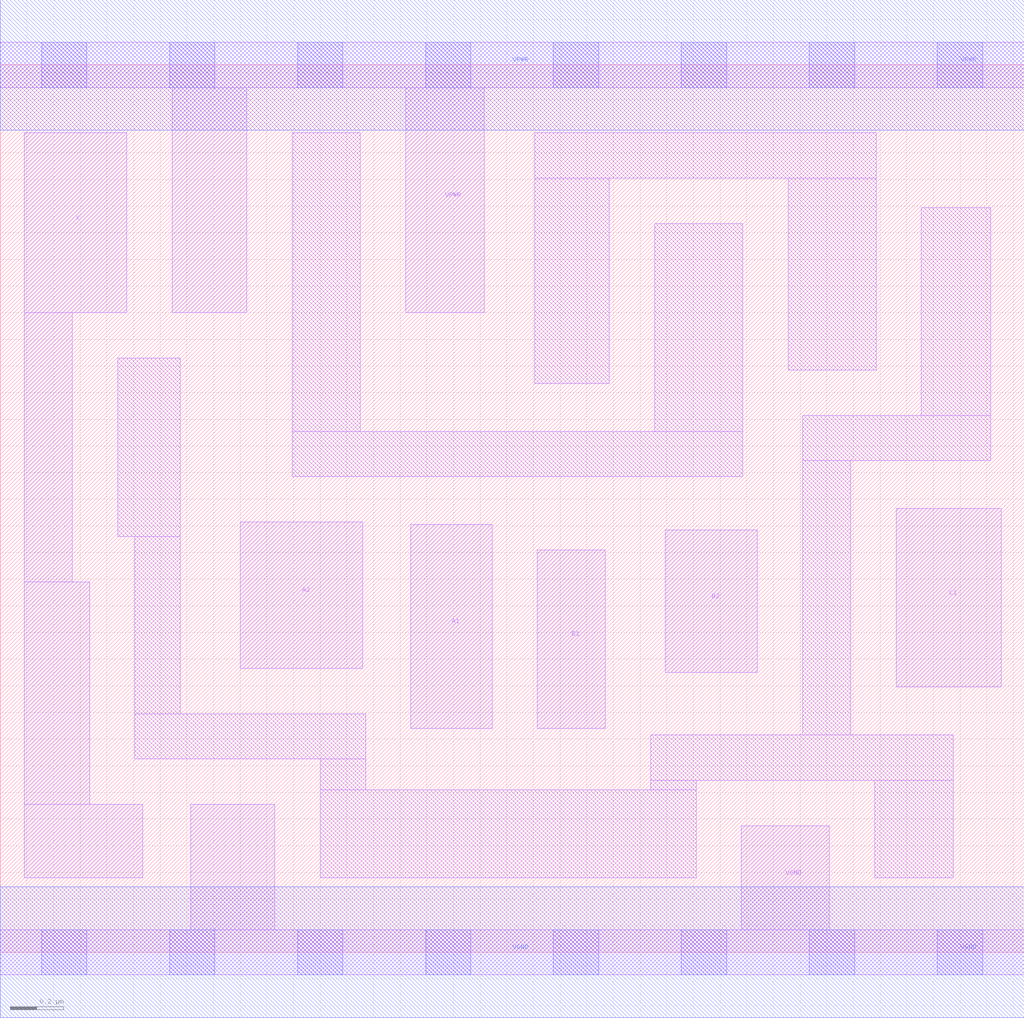
<source format=lef>
# Copyright 2020 The SkyWater PDK Authors
#
# Licensed under the Apache License, Version 2.0 (the "License");
# you may not use this file except in compliance with the License.
# You may obtain a copy of the License at
#
#     https://www.apache.org/licenses/LICENSE-2.0
#
# Unless required by applicable law or agreed to in writing, software
# distributed under the License is distributed on an "AS IS" BASIS,
# WITHOUT WARRANTIES OR CONDITIONS OF ANY KIND, either express or implied.
# See the License for the specific language governing permissions and
# limitations under the License.
#
# SPDX-License-Identifier: Apache-2.0

VERSION 5.7 ;
  NAMESCASESENSITIVE ON ;
  NOWIREEXTENSIONATPIN ON ;
  DIVIDERCHAR "/" ;
  BUSBITCHARS "[]" ;
UNITS
  DATABASE MICRONS 200 ;
END UNITS
MACRO sky130_fd_sc_lp__a221o_0
  CLASS CORE ;
  SOURCE USER ;
  FOREIGN sky130_fd_sc_lp__a221o_0 ;
  ORIGIN  0.000000  0.000000 ;
  SIZE  3.840000 BY  3.330000 ;
  SYMMETRY X Y R90 ;
  SITE unit ;
  PIN A1
    ANTENNAGATEAREA  0.159000 ;
    DIRECTION INPUT ;
    USE SIGNAL ;
    PORT
      LAYER li1 ;
        RECT 1.540000 0.840000 1.845000 1.605000 ;
    END
  END A1
  PIN A2
    ANTENNAGATEAREA  0.159000 ;
    DIRECTION INPUT ;
    USE SIGNAL ;
    PORT
      LAYER li1 ;
        RECT 0.900000 1.065000 1.360000 1.615000 ;
    END
  END A2
  PIN B1
    ANTENNAGATEAREA  0.159000 ;
    DIRECTION INPUT ;
    USE SIGNAL ;
    PORT
      LAYER li1 ;
        RECT 2.015000 0.840000 2.270000 1.510000 ;
    END
  END B1
  PIN B2
    ANTENNAGATEAREA  0.159000 ;
    DIRECTION INPUT ;
    USE SIGNAL ;
    PORT
      LAYER li1 ;
        RECT 2.495000 1.050000 2.840000 1.585000 ;
    END
  END B2
  PIN C1
    ANTENNAGATEAREA  0.159000 ;
    DIRECTION INPUT ;
    USE SIGNAL ;
    PORT
      LAYER li1 ;
        RECT 3.360000 0.995000 3.755000 1.665000 ;
    END
  END C1
  PIN X
    ANTENNADIFFAREA  0.280900 ;
    DIRECTION OUTPUT ;
    USE SIGNAL ;
    PORT
      LAYER li1 ;
        RECT 0.090000 0.280000 0.535000 0.555000 ;
        RECT 0.090000 0.555000 0.335000 1.390000 ;
        RECT 0.090000 1.390000 0.270000 2.400000 ;
        RECT 0.090000 2.400000 0.475000 3.075000 ;
    END
  END X
  PIN VGND
    DIRECTION INOUT ;
    USE GROUND ;
    PORT
      LAYER li1 ;
        RECT 0.000000 -0.085000 3.840000 0.085000 ;
        RECT 0.715000  0.085000 1.030000 0.555000 ;
        RECT 2.780000  0.085000 3.110000 0.475000 ;
      LAYER mcon ;
        RECT 0.155000 -0.085000 0.325000 0.085000 ;
        RECT 0.635000 -0.085000 0.805000 0.085000 ;
        RECT 1.115000 -0.085000 1.285000 0.085000 ;
        RECT 1.595000 -0.085000 1.765000 0.085000 ;
        RECT 2.075000 -0.085000 2.245000 0.085000 ;
        RECT 2.555000 -0.085000 2.725000 0.085000 ;
        RECT 3.035000 -0.085000 3.205000 0.085000 ;
        RECT 3.515000 -0.085000 3.685000 0.085000 ;
      LAYER met1 ;
        RECT 0.000000 -0.245000 3.840000 0.245000 ;
    END
  END VGND
  PIN VPWR
    DIRECTION INOUT ;
    USE POWER ;
    PORT
      LAYER li1 ;
        RECT 0.000000 3.245000 3.840000 3.415000 ;
        RECT 0.645000 2.400000 0.925000 3.245000 ;
        RECT 1.520000 2.400000 1.815000 3.245000 ;
      LAYER mcon ;
        RECT 0.155000 3.245000 0.325000 3.415000 ;
        RECT 0.635000 3.245000 0.805000 3.415000 ;
        RECT 1.115000 3.245000 1.285000 3.415000 ;
        RECT 1.595000 3.245000 1.765000 3.415000 ;
        RECT 2.075000 3.245000 2.245000 3.415000 ;
        RECT 2.555000 3.245000 2.725000 3.415000 ;
        RECT 3.035000 3.245000 3.205000 3.415000 ;
        RECT 3.515000 3.245000 3.685000 3.415000 ;
      LAYER met1 ;
        RECT 0.000000 3.085000 3.840000 3.575000 ;
    END
  END VPWR
  OBS
    LAYER li1 ;
      RECT 0.440000 1.560000 0.675000 2.230000 ;
      RECT 0.505000 0.725000 1.370000 0.895000 ;
      RECT 0.505000 0.895000 0.675000 1.560000 ;
      RECT 1.095000 1.785000 2.785000 1.955000 ;
      RECT 1.095000 1.955000 1.350000 3.075000 ;
      RECT 1.200000 0.280000 2.610000 0.610000 ;
      RECT 1.200000 0.610000 1.370000 0.725000 ;
      RECT 2.005000 2.135000 2.285000 2.905000 ;
      RECT 2.005000 2.905000 3.285000 3.075000 ;
      RECT 2.440000 0.610000 2.610000 0.645000 ;
      RECT 2.440000 0.645000 3.575000 0.815000 ;
      RECT 2.455000 1.955000 2.785000 2.735000 ;
      RECT 2.955000 2.185000 3.285000 2.905000 ;
      RECT 3.010000 0.815000 3.190000 1.845000 ;
      RECT 3.010000 1.845000 3.715000 2.015000 ;
      RECT 3.280000 0.280000 3.575000 0.645000 ;
      RECT 3.455000 2.015000 3.715000 2.795000 ;
  END
END sky130_fd_sc_lp__a221o_0

</source>
